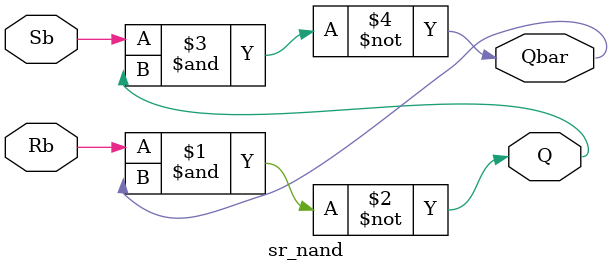
<source format=v>
module sr_nand (
    input Sb,Rb,
    output Q,Qbar
);
    nand n1(Q, Rb, Qbar);
    nand n2(Qbar, Sb, Q);
endmodule
</source>
